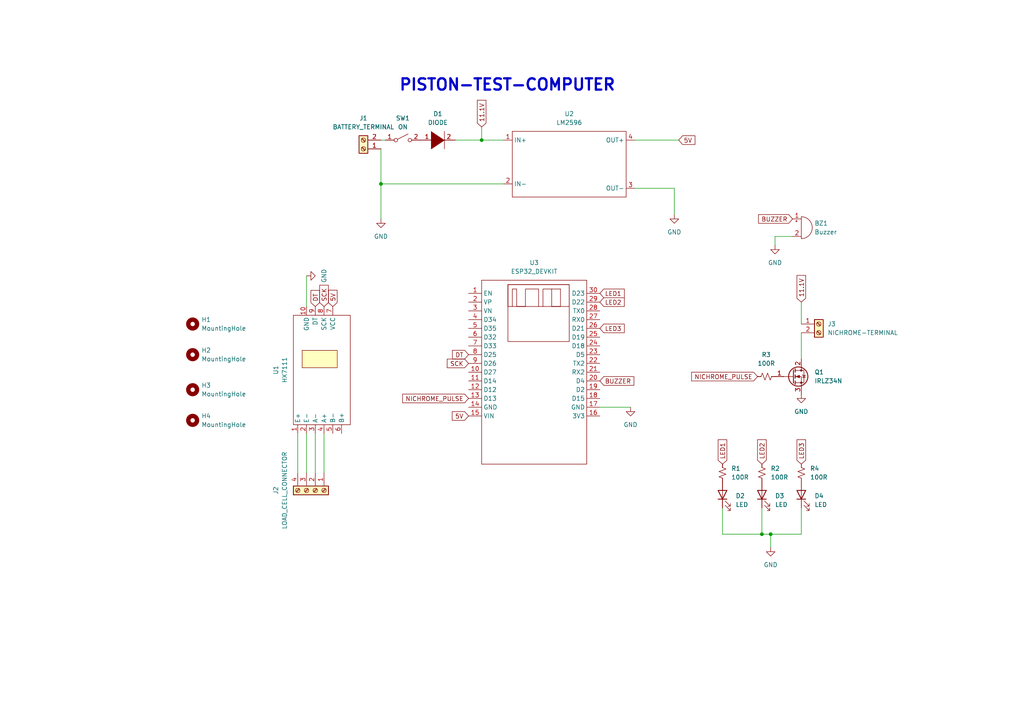
<source format=kicad_sch>
(kicad_sch (version 20211123) (generator eeschema)
  (paper "A4")
  (title_block (title "Piston test computer") (date "2023-04-12") (rev " Edwin Mwiti") (company "Nakuja Project"))
  (lib_symbols
    (symbol "Connector:Screw_Terminal_01x02" (pin_names (offset 1.016) hide)
      (property "Reference" "J" (at 0 2.54 0))
      (property "Value" "Screw_Terminal_01x02" (at 0 -5.08 0))
      (symbol "Screw_Terminal_01x02_1_1"
        (rectangle (start -1.27 1.27) (end 1.27 -3.81) (stroke (width 0.254)) (fill (type background)))
        (circle (center 0 -2.54) (radius 0.635) (stroke (width 0.1524)))
        (polyline (pts (xy -0.5334 -2.2098) (xy 0.3302 -3.048)) (stroke (width 0.1524)))
        (polyline (pts (xy -0.5334 0.3302) (xy 0.3302 -0.508)) (stroke (width 0.1524)))
        (polyline (pts (xy -0.3556 -2.032) (xy 0.508 -2.8702)) (stroke (width 0.1524)))
        (polyline (pts (xy -0.3556 0.508) (xy 0.508 -0.3302)) (stroke (width 0.1524)))
        (circle (center 0 0) (radius 0.635) (stroke (width 0.1524)))
        (pin passive line (at -5.08 0 0) (length 3.81) (name "Pin_1") (number "1"))
        (pin passive line (at -5.08 -2.54 0) (length 3.81) (name "Pin_2") (number "2"))
      )
    )
    (symbol "Connector:Screw_Terminal_01x04" (pin_names (offset 1.016) hide)
      (property "Reference" "J" (at 0 5.08 0))
      (property "Value" "Screw_Terminal_01x04" (at 0 -7.62 0))
      (symbol "Screw_Terminal_01x04_1_1"
        (rectangle (start -1.27 3.81) (end 1.27 -6.35) (stroke (width 0.254)) (fill (type background)))
        (circle (center 0 -5.08) (radius 0.635) (stroke (width 0.1524)))
        (circle (center 0 -2.54) (radius 0.635) (stroke (width 0.1524)))
        (polyline (pts (xy -0.5334 -4.7498) (xy 0.3302 -5.588)) (stroke (width 0.1524)))
        (polyline (pts (xy -0.5334 -2.2098) (xy 0.3302 -3.048)) (stroke (width 0.1524)))
        (polyline (pts (xy -0.5334 0.3302) (xy 0.3302 -0.508)) (stroke (width 0.1524)))
        (polyline (pts (xy -0.5334 2.8702) (xy 0.3302 2.032)) (stroke (width 0.1524)))
        (polyline (pts (xy -0.3556 -4.572) (xy 0.508 -5.4102)) (stroke (width 0.1524)))
        (polyline (pts (xy -0.3556 -2.032) (xy 0.508 -2.8702)) (stroke (width 0.1524)))
        (polyline (pts (xy -0.3556 0.508) (xy 0.508 -0.3302)) (stroke (width 0.1524)))
        (polyline (pts (xy -0.3556 3.048) (xy 0.508 2.2098)) (stroke (width 0.1524)))
        (circle (center 0 0) (radius 0.635) (stroke (width 0.1524)))
        (circle (center 0 2.54) (radius 0.635) (stroke (width 0.1524)))
        (pin passive line (at -5.08 2.54 0) (length 3.81) (name "Pin_1") (number "1"))
        (pin passive line (at -5.08 0 0) (length 3.81) (name "Pin_2") (number "2"))
        (pin passive line (at -5.08 -2.54 0) (length 3.81) (name "Pin_3") (number "3"))
        (pin passive line (at -5.08 -5.08 0) (length 3.81) (name "Pin_4") (number "4"))
      )
    )
    (symbol "DEV_BOARDS:ESP32_DEVKIT"
      (property "Reference" "U" (at 13.97 3.81 0))
      (property "Value" "ESP32_DEVKIT" (at 13.97 1.27 0))
      (symbol "ESP32_DEVKIT_0_1"
        (polyline (pts (xy 20.32 -2.54) (xy 20.32 -7.62) (xy 22.86 -7.62) (xy 22.86 -2.54)))
        (polyline (pts (xy 22.86 -2.54) (xy 20.32 -2.54) (xy 17.78 -2.54) (xy 17.78 -7.62)))
        (polyline (pts (xy 8.89 -7.62) (xy 8.89 -2.54) (xy 10.16 -2.54) (xy 10.16 -7.62) (xy 12.7 -7.62) (xy 12.7 -2.54) (xy 16.51 -2.54) (xy 16.51 -7.62)))
        (rectangle (start 0 0) (end 30.48 -53.34))
        (rectangle (start 7.62 -1.27) (end 7.62 -1.27))
        (rectangle (start 7.62 -1.27) (end 7.62 -1.27))
        (rectangle (start 7.62 -1.27) (end 25.4 -17.78))
        (rectangle (start 25.4 -7.62) (end 7.62 -1.27))
      )
      (symbol "ESP32_DEVKIT_1_1"
        (pin passive line (at -3.81 -3.81 0) (length 3.81) (name "EN") (number "1"))
        (pin passive line (at -3.81 -26.67 0) (length 3.81) (name "D27") (number "10"))
        (pin passive line (at -3.81 -29.21 0) (length 3.81) (name "D14") (number "11"))
        (pin passive line (at -3.81 -31.75 0) (length 3.81) (name "D12") (number "12"))
        (pin passive line (at -3.81 -34.29 0) (length 3.81) (name "D13") (number "13"))
        (pin passive line (at -3.81 -36.83 0) (length 3.81) (name "GND") (number "14"))
        (pin passive line (at -3.81 -39.37 0) (length 3.81) (name "VIN") (number "15"))
        (pin passive line (at 34.29 -39.37 180) (length 3.81) (name "3V3") (number "16"))
        (pin passive line (at 34.29 -36.83 180) (length 3.81) (name "GND") (number "17"))
        (pin passive line (at 34.29 -34.29 180) (length 3.81) (name "D15") (number "18"))
        (pin passive line (at 34.29 -31.75 180) (length 3.81) (name "D2") (number "19"))
        (pin passive line (at -3.81 -6.35 0) (length 3.81) (name "VP") (number "2"))
        (pin passive line (at 34.29 -29.21 180) (length 3.81) (name "D4") (number "20"))
        (pin passive line (at 34.29 -26.67 180) (length 3.81) (name "RX2") (number "21"))
        (pin passive line (at 34.29 -24.13 180) (length 3.81) (name "TX2") (number "22"))
        (pin passive line (at 34.29 -21.59 180) (length 3.81) (name "D5") (number "23"))
        (pin passive line (at 34.29 -19.05 180) (length 3.81) (name "D18") (number "24"))
        (pin passive line (at 34.29 -16.51 180) (length 3.81) (name "D19") (number "25"))
        (pin passive line (at 34.29 -13.97 180) (length 3.81) (name "D21") (number "26"))
        (pin passive line (at 34.29 -11.43 180) (length 3.81) (name "RX0") (number "27"))
        (pin passive line (at 34.29 -8.89 180) (length 3.81) (name "TX0") (number "28"))
        (pin passive line (at 34.29 -6.35 180) (length 3.81) (name "D22") (number "29"))
        (pin passive line (at -3.81 -8.89 0) (length 3.81) (name "VN") (number "3"))
        (pin passive line (at 34.29 -3.81 180) (length 3.81) (name "D23") (number "30"))
        (pin passive line (at -3.81 -11.43 0) (length 3.81) (name "D34") (number "4"))
        (pin passive line (at -3.81 -13.97 0) (length 3.81) (name "D35") (number "5"))
        (pin passive line (at -3.81 -16.51 0) (length 3.81) (name "D32") (number "6"))
        (pin passive line (at -3.81 -19.05 0) (length 3.81) (name "D33") (number "7"))
        (pin passive line (at -3.81 -21.59 0) (length 3.81) (name "D25") (number "8"))
        (pin passive line (at -3.81 -24.13 0) (length 3.81) (name "D26") (number "9"))
      )
    )
    (symbol "Device:Buzzer" (pin_names (offset 0.0254) hide)
      (property "Reference" "BZ" (at 3.81 1.27 0))
      (property "Value" "Buzzer" (at 3.81 -1.27 0))
      (symbol "Buzzer_0_1"
        (arc (start 0 -3.175) (mid 3.175 0) (end 0 3.175))
        (polyline (pts (xy -1.651 1.905) (xy -1.143 1.905)))
        (polyline (pts (xy -1.397 2.159) (xy -1.397 1.651)))
        (polyline (pts (xy 0 3.175) (xy 0 -3.175)))
      )
      (symbol "Buzzer_1_1"
        (pin passive line (at -2.54 2.54 0) (length 2.54) (name "-") (number "1"))
        (pin passive line (at -2.54 -2.54 0) (length 2.54) (name "+") (number "2"))
      )
    )
    (symbol "Device:LED" (pin_numbers hide) (pin_names (offset 1.016) hide)
      (property "Reference" "D" (at 0 2.54 0))
      (property "Value" "LED" (at 0 -2.54 0))
      (symbol "LED_0_1"
        (polyline (pts (xy -1.27 -1.27) (xy -1.27 1.27)) (stroke (width 0.254)))
        (polyline (pts (xy -1.27 0) (xy 1.27 0)))
        (polyline (pts (xy 1.27 -1.27) (xy 1.27 1.27) (xy -1.27 0) (xy 1.27 -1.27)) (stroke (width 0.254)))
        (polyline (pts (xy -3.048 -0.762) (xy -4.572 -2.286) (xy -3.81 -2.286) (xy -4.572 -2.286) (xy -4.572 -1.524)))
        (polyline (pts (xy -1.778 -0.762) (xy -3.302 -2.286) (xy -2.54 -2.286) (xy -3.302 -2.286) (xy -3.302 -1.524)))
      )
      (symbol "LED_1_1"
        (pin passive line (at -3.81 0 0) (length 2.54) (name "K") (number "1"))
        (pin passive line (at 3.81 0 180) (length 2.54) (name "A") (number "2"))
      )
    )
    (symbol "Device:R_Small_US" (pin_numbers hide) (pin_names (offset 0.254) hide)
      (property "Reference" "R" (at 0.762 0.508 0))
      (property "Value" "R_Small_US" (at 0.762 -1.016 0))
      (symbol "R_Small_US_1_1"
        (polyline (pts (xy 0 0) (xy 1.016 -0.381) (xy 0 -0.762) (xy -1.016 -1.143) (xy 0 -1.524)))
        (polyline (pts (xy 0 1.524) (xy 1.016 1.143) (xy 0 0.762) (xy -1.016 0.381) (xy 0 0)))
        (pin passive line (at 0 2.54 270) (length 1.016) (name "~") (number "1"))
        (pin passive line (at 0 -2.54 90) (length 1.016) (name "~") (number "2"))
      )
    )
    (symbol "Mechanical:MountingHole" (pin_names (offset 1.016))
      (property "Reference" "H" (at 0 5.08 0))
      (property "Value" "MountingHole" (at 0 3.175 0))
      (symbol "MountingHole_0_1"
        (circle (center 0 0) (radius 1.27) (stroke (width 1.27)))
      )
    )
    (symbol "Switch:SW_SPST" (pin_names (offset 0) hide)
      (property "Reference" "SW" (at 0 3.175 0))
      (property "Value" "SW_SPST" (at 0 -2.54 0))
      (symbol "SW_SPST_0_0"
        (circle (center -2.032 0) (radius 0.508))
        (polyline (pts (xy -1.524 0.254) (xy 1.524 1.778)))
        (circle (center 2.032 0) (radius 0.508))
      )
      (symbol "SW_SPST_1_1"
        (pin passive line (at -5.08 0 0) (length 2.54) (name "A") (number "1"))
        (pin passive line (at 5.08 0 180) (length 2.54) (name "B") (number "2"))
      )
    )
    (symbol "Transistor_FET:IRLZ34N" (pin_names hide)
      (property "Reference" "Q" (at 6.35 1.905 0))
      (property "Value" "IRLZ34N" (at 6.35 0 0))
      (symbol "IRLZ34N_0_1"
        (polyline (pts (xy 0.254 0) (xy -2.54 0)))
        (polyline (pts (xy 0.254 1.905) (xy 0.254 -1.905)) (stroke (width 0.254)))
        (polyline (pts (xy 0.762 -1.27) (xy 0.762 -2.286)) (stroke (width 0.254)))
        (polyline (pts (xy 0.762 0.508) (xy 0.762 -0.508)) (stroke (width 0.254)))
        (polyline (pts (xy 0.762 2.286) (xy 0.762 1.27)) (stroke (width 0.254)))
        (polyline (pts (xy 2.54 2.54) (xy 2.54 1.778)))
        (polyline (pts (xy 2.54 -2.54) (xy 2.54 0) (xy 0.762 0)))
        (polyline (pts (xy 0.762 -1.778) (xy 3.302 -1.778) (xy 3.302 1.778) (xy 0.762 1.778)))
        (polyline (pts (xy 1.016 0) (xy 2.032 0.381) (xy 2.032 -0.381) (xy 1.016 0)) (fill (type outline)))
        (polyline (pts (xy 2.794 0.508) (xy 2.921 0.381) (xy 3.683 0.381) (xy 3.81 0.254)))
        (polyline (pts (xy 3.302 0.381) (xy 2.921 -0.254) (xy 3.683 -0.254) (xy 3.302 0.381)))
        (circle (center 1.651 0) (radius 2.794) (stroke (width 0.254)))
        (circle (center 2.54 -1.778) (radius 0.254) (fill (type outline)))
        (circle (center 2.54 1.778) (radius 0.254) (fill (type outline)))
      )
      (symbol "IRLZ34N_1_1"
        (pin input line (at -5.08 0 0) (length 2.54) (name "G") (number "1"))
        (pin passive line (at 2.54 5.08 270) (length 2.54) (name "D") (number "2"))
        (pin passive line (at 2.54 -5.08 90) (length 2.54) (name "S") (number "3"))
      )
    )
    (symbol "modules:HX7111"
      (property "Reference" "U" (at 16.51 1.27 0))
      (property "Value" "HX7111" (at 16.51 3.81 0))
      (symbol "HX7111_0_1"
        (rectangle (start 0 0) (end 31.75 -16.51))
        (rectangle (start 16.51 -2.54) (end 21.59 -12.7) (fill (type background)))
      )
      (symbol "HX7111_1_1"
        (pin input line (at -2.54 -1.27 0) (length 2.54) (name "E+") (number "1"))
        (pin input line (at 34.29 -3.81 180) (length 2.54) (name "GND") (number "10"))
        (pin input line (at -2.54 -3.81 0) (length 2.54) (name "E-") (number "2"))
        (pin input line (at -2.54 -6.35 0) (length 2.54) (name "A-") (number "3"))
        (pin input line (at -2.54 -8.89 0) (length 2.54) (name "A+") (number "4"))
        (pin input line (at -2.54 -11.43 0) (length 2.54) (name "B-") (number "5"))
        (pin input line (at -2.54 -13.97 0) (length 2.54) (name "B+") (number "6"))
        (pin input line (at 34.29 -11.43 180) (length 2.54) (name "VCC") (number "7"))
        (pin input line (at 34.29 -8.89 180) (length 2.54) (name "SCK") (number "8"))
        (pin input line (at 34.29 -6.35 180) (length 2.54) (name "DT") (number "9"))
      )
    )
    (symbol "modules:LM2596"
      (property "Reference" "U" (at 17.78 2.54 0))
      (property "Value" "LM2596" (at 17.78 5.08 0))
      (symbol "LM2596_0_1"
        (rectangle (start 0 0) (end 33.02 -19.05))
      )
      (symbol "LM2596_1_1"
        (pin input line (at -2.54 -2.54 0) (length 2.54) (name "IN+") (number "1"))
        (pin input line (at -2.54 -15.24 0) (length 2.54) (name "IN-") (number "2"))
        (pin input line (at 35.56 -16.51 180) (length 2.54) (name "OUT-") (number "3"))
        (pin input line (at 35.56 -2.54 180) (length 2.54) (name "OUT+") (number "4"))
      )
    )
    (symbol "power:GND" (power) (pin_names (offset 0))
      (property "Value" "GND" (at 0 -3.81 0))
      (symbol "GND_0_1"
        (polyline (pts (xy 0 0) (xy 0 -1.27) (xy 1.27 -1.27) (xy 0 -2.54) (xy -1.27 -1.27) (xy 0 -1.27)))
      )
      (symbol "GND_1_1"
        (pin power_in line (at 0 0 270) (length 0) hide (name "GND") (number "1"))
      )
    )
    (symbol "pspice:DIODE" (pin_names (offset 1.016) hide)
      (property "Reference" "D" (at 0 3.81 0))
      (property "Value" "DIODE" (at 0 -4.445 0))
      (symbol "DIODE_0_1"
        (polyline (pts (xy 1.905 2.54) (xy 1.905 -2.54)))
        (polyline (pts (xy -1.905 2.54) (xy -1.905 -2.54) (xy 1.905 0)) (fill (type outline)))
      )
      (symbol "DIODE_1_1"
        (pin input line (at -5.08 0 0) (length 3.81) (name "K") (number "1"))
        (pin input line (at 5.08 0 180) (length 3.81) (name "A") (number "2"))
      )
    )
  )
  (junction (at 220.98 154.94))
  (junction (at 139.7 40.64))
  (junction (at 110.49 53.34))
  (junction (at 223.52 154.94))
  (wire (pts (xy 220.98 147.32) (xy 220.98 154.94)))
  (wire (pts (xy 139.7 36.83) (xy 139.7 40.64)))
  (wire (pts (xy 220.98 154.94) (xy 223.52 154.94)))
  (wire (pts (xy 173.99 118.11) (xy 182.88 118.11)))
  (wire (pts (xy 195.58 54.61) (xy 195.58 62.23)))
  (wire (pts (xy 232.41 87.63) (xy 232.41 93.98)))
  (wire (pts (xy 93.98 137.16) (xy 93.98 125.73)))
  (wire (pts (xy 88.9 137.16) (xy 88.9 125.73)))
  (wire (pts (xy 184.15 54.61) (xy 195.58 54.61)))
  (wire (pts (xy 223.52 158.75) (xy 223.52 154.94)))
  (wire (pts (xy 91.44 137.16) (xy 91.44 125.73)))
  (wire (pts (xy 110.49 40.64) (xy 111.76 40.64)))
  (wire (pts (xy 229.87 68.58) (xy 224.79 68.58)))
  (wire (pts (xy 139.7 40.64) (xy 146.05 40.64)))
  (wire (pts (xy 232.41 147.32) (xy 232.41 154.94)))
  (wire (pts (xy 88.9 88.9) (xy 88.9 80.01)))
  (wire (pts (xy 209.55 154.94) (xy 220.98 154.94)))
  (wire (pts (xy 132.08 40.64) (xy 139.7 40.64)))
  (wire (pts (xy 224.79 68.58) (xy 224.79 71.12)))
  (wire (pts (xy 232.41 104.14) (xy 232.41 96.52)))
  (wire (pts (xy 184.15 40.64) (xy 196.85 40.64)))
  (wire (pts (xy 110.49 53.34) (xy 146.05 53.34)))
  (wire (pts (xy 110.49 63.5) (xy 110.49 53.34)))
  (wire (pts (xy 232.41 154.94) (xy 223.52 154.94)))
  (wire (pts (xy 209.55 147.32) (xy 209.55 154.94)))
  (wire (pts (xy 110.49 53.34) (xy 110.49 43.18)))
  (wire (pts (xy 86.36 137.16) (xy 86.36 125.73)))
  (text "PISTON-TEST-COMPUTER" (at 115.57 26.67 0) (effects (font (size 3.27 3.27) (thickness 0.654) bold) (justify left bottom)))
  (global_label "5V" (shape input) (at 96.52 88.9 90) (property "Intersheet References" "${INTERSHEET_REFS}" (effects hide)))
  (global_label "DT" (shape input) (at 91.44 88.9 90) (property "Intersheet References" "${INTERSHEET_REFS}" (effects hide)))
  (global_label "LED1" (shape input) (at 173.99 85.09 0) (property "Intersheet References" "${INTERSHEET_REFS}" (effects hide)))
  (global_label "LED3" (shape input) (at 232.41 134.62 90) (property "Intersheet References" "${INTERSHEET_REFS}" (effects hide)))
  (global_label "LED2" (shape input) (at 173.99 87.63 0) (property "Intersheet References" "${INTERSHEET_REFS}" (effects hide)))
  (global_label "BUZZER" (shape input) (at 229.87 63.5 180) (property "Intersheet References" "${INTERSHEET_REFS}" (effects hide)))
  (global_label "DT" (shape input) (at 135.89 102.87 180) (property "Intersheet References" "${INTERSHEET_REFS}" (effects hide)))
  (global_label "LED3" (shape input) (at 173.99 95.25 0) (property "Intersheet References" "${INTERSHEET_REFS}" (effects hide)))
  (global_label "5V" (shape input) (at 196.85 40.64 0) (property "Intersheet References" "${INTERSHEET_REFS}" (effects hide)))
  (global_label "LED1" (shape input) (at 209.55 134.62 90) (property "Intersheet References" "${INTERSHEET_REFS}" (effects hide)))
  (global_label "LED2" (shape input) (at 220.98 134.62 90) (property "Intersheet References" "${INTERSHEET_REFS}" (effects hide)))
  (global_label "11.1V" (shape input) (at 232.41 87.63 90) (property "Intersheet References" "${INTERSHEET_REFS}" (effects hide)))
  (global_label "11.1V" (shape input) (at 139.7 36.83 90) (property "Intersheet References" "${INTERSHEET_REFS}" (effects hide)))
  (global_label "5V" (shape input) (at 135.89 120.65 180) (property "Intersheet References" "${INTERSHEET_REFS}" (effects hide)))
  (global_label "NICHROME_PULSE" (shape input) (at 219.71 109.22 180) (property "Intersheet References" "${INTERSHEET_REFS}" (effects hide)))
  (global_label "SCK" (shape input) (at 135.89 105.41 180) (property "Intersheet References" "${INTERSHEET_REFS}" (effects hide)))
  (global_label "SCK" (shape input) (at 93.98 88.9 90) (property "Intersheet References" "${INTERSHEET_REFS}" (effects hide)))
  (global_label "NICHROME_PULSE" (shape input) (at 135.89 115.57 180) (property "Intersheet References" "${INTERSHEET_REFS}" (effects hide)))
  (global_label "BUZZER" (shape input) (at 173.99 110.49 0) (property "Intersheet References" "${INTERSHEET_REFS}" (effects hide)))
  (symbol (lib_id "Device:R_Small_US") (at 222.25 109.22 270) (unit 1)
    (property "Reference" "R3" (at 222.25 102.87 90))
    (property "Value" "100R" (at 222.25 105.41 90))
    (property "Footprint" "Resistor_THT:R_Axial_DIN0207_L6.3mm_D2.5mm_P10.16mm_Horizontal" (effects hide))
  )
  (symbol (lib_id "power:GND") (at 224.79 71.12 0) (unit 1)
    (property "Reference" "#PWR05" (effects hide))
    (property "Value" "GND" (at 224.79 76.2 0))
  )
  (symbol (lib_id "Mechanical:MountingHole") (at 55.88 102.87 0) (unit 1)
    (property "Reference" "H2" (at 58.42 101.5999 0) (effects (justify left)))
    (property "Value" "MountingHole" (at 58.42 104.1399 0) (effects (justify left)))
    (property "Footprint" "MountingHole:MountingHole_3.2mm_M3" (effects hide))
  )
  (symbol (lib_id "Device:LED") (at 232.41 143.51 90) (unit 1)
    (property "Reference" "D4" (at 236.22 143.8274 90) (effects (justify right)))
    (property "Value" "LED" (at 236.22 146.3674 90) (effects (justify right)))
    (property "Footprint" "LED_THT:LED_D5.0mm" (effects hide))
  )
  (symbol (lib_id "Device:R_Small_US") (at 209.55 137.16 0) (unit 1)
    (property "Reference" "R1" (at 212.09 135.8899 0) (effects (justify left)))
    (property "Value" "100R" (at 212.09 138.4299 0) (effects (justify left)))
    (property "Footprint" "Resistor_THT:R_Axial_DIN0207_L6.3mm_D2.5mm_P10.16mm_Horizontal" (effects hide))
  )
  (symbol (lib_id "modules:HX7111") (at 85.09 123.19 90) (unit 1)
    (property "Reference" "U1" (at 80.01 107.315 0))
    (property "Value" "HX7111" (at 82.55 107.315 0))
    (property "Footprint" "custom-footprints:HX711" (effects hide))
  )
  (symbol (lib_id "pspice:DIODE") (at 127 40.64 0) (unit 1)
    (property "Reference" "D1" (at 127 33.02 0))
    (property "Value" "DIODE" (at 127 35.56 0))
    (property "Footprint" "Diode_THT:D_DO-35_SOD27_P10.16mm_Horizontal" (effects hide))
  )
  (symbol (lib_id "power:GND") (at 223.52 158.75 0) (unit 1)
    (property "Reference" "#PWR06" (effects hide))
    (property "Value" "GND" (at 223.52 163.83 0))
  )
  (symbol (lib_id "Mechanical:MountingHole") (at 55.88 121.92 0) (unit 1)
    (property "Reference" "H4" (at 58.42 120.6499 0) (effects (justify left)))
    (property "Value" "MountingHole" (at 58.42 123.1899 0) (effects (justify left)))
    (property "Footprint" "MountingHole:MountingHole_3.2mm_M3" (effects hide))
  )
  (symbol (lib_id "Transistor_FET:IRLZ34N") (at 229.87 109.22 0) (unit 1)
    (property "Reference" "Q1" (at 236.22 107.9499 0) (effects (justify left)))
    (property "Value" "IRLZ34N" (at 236.22 110.4899 0) (effects (justify left)))
    (property "Footprint" "Package_TO_SOT_THT:TO-220-3_Vertical" (effects hide))
    (property "Datasheet" "http://www.infineon.com/dgdl/irlz34npbf.pdf?fileId=5546d462533600a40153567206892720" (effects hide))
  )
  (symbol (lib_id "Connector:Screw_Terminal_01x04") (at 91.44 142.24 270) (unit 1)
    (property "Reference" "J2" (at 80.01 142.24 0))
    (property "Value" "LOAD_CELL_CONNECTOR" (at 82.55 142.24 0))
    (property "Footprint" "TerminalBlock:TerminalBlock_bornier-4_P5.08mm" (effects hide))
  )
  (symbol (lib_id "DEV_BOARDS:ESP32_DEVKIT") (at 139.7 81.28 0) (unit 1)
    (property "Reference" "U3" (at 154.94 76.2 0))
    (property "Value" "ESP32_DEVKIT" (at 154.94 78.74 0))
    (property "Footprint" "custom-footprints:ESP32_DEVKIT" (effects hide))
  )
  (symbol (lib_id "Device:R_Small_US") (at 220.98 137.16 0) (unit 1)
    (property "Reference" "R2" (at 223.52 135.8899 0) (effects (justify left)))
    (property "Value" "100R" (at 223.52 138.4299 0) (effects (justify left)))
    (property "Footprint" "Resistor_THT:R_Axial_DIN0207_L6.3mm_D2.5mm_P10.16mm_Horizontal" (effects hide))
  )
  (symbol (lib_id "power:GND") (at 232.41 114.3 0) (unit 1)
    (property "Reference" "#PWR07" (effects hide))
    (property "Value" "GND" (at 232.41 119.38 0))
  )
  (symbol (lib_id "power:GND") (at 88.9 80.01 90) (unit 1)
    (property "Reference" "#PWR02" (effects hide))
    (property "Value" "GND" (at 93.98 80.01 0))
  )
  (symbol (lib_id "Mechanical:MountingHole") (at 55.88 93.98 0) (unit 1)
    (property "Reference" "H1" (at 58.42 92.7099 0) (effects (justify left)))
    (property "Value" "MountingHole" (at 58.42 95.2499 0) (effects (justify left)))
    (property "Footprint" "MountingHole:MountingHole_3.2mm_M3" (effects hide))
  )
  (symbol (lib_id "Device:Buzzer") (at 232.41 66.04 0) (unit 1)
    (property "Reference" "BZ1" (at 236.22 64.7699 0) (effects (justify left)))
    (property "Value" "Buzzer" (at 236.22 67.3099 0) (effects (justify left)))
    (property "Footprint" "custom-footprints:BUZZER" (effects hide))
  )
  (symbol (lib_id "Device:LED") (at 220.98 143.51 90) (unit 1)
    (property "Reference" "D3" (at 224.79 143.8274 90) (effects (justify right)))
    (property "Value" "LED" (at 224.79 146.3674 90) (effects (justify right)))
    (property "Footprint" "LED_THT:LED_D5.0mm" (effects hide))
  )
  (symbol (lib_id "Device:LED") (at 209.55 143.51 90) (unit 1)
    (property "Reference" "D2" (at 213.36 143.8274 90) (effects (justify right)))
    (property "Value" "LED" (at 213.36 146.3674 90) (effects (justify right)))
    (property "Footprint" "LED_THT:LED_D5.0mm" (effects hide))
  )
  (symbol (lib_id "Device:R_Small_US") (at 232.41 137.16 0) (unit 1)
    (property "Reference" "R4" (at 234.95 135.8899 0) (effects (justify left)))
    (property "Value" "100R" (at 234.95 138.4299 0) (effects (justify left)))
    (property "Footprint" "Resistor_THT:R_Axial_DIN0207_L6.3mm_D2.5mm_P10.16mm_Horizontal" (effects hide))
  )
  (symbol (lib_id "Connector:Screw_Terminal_01x02") (at 105.41 43.18 180) (unit 1)
    (property "Reference" "J1" (at 105.41 34.29 0))
    (property "Value" "BATTERY_TERMINAL" (at 105.41 36.83 0))
    (property "Footprint" "TerminalBlock:TerminalBlock_bornier-2_P5.08mm" (effects hide))
  )
  (symbol (lib_id "Mechanical:MountingHole") (at 55.88 113.03 0) (unit 1)
    (property "Reference" "H3" (at 58.42 111.7599 0) (effects (justify left)))
    (property "Value" "MountingHole" (at 58.42 114.2999 0) (effects (justify left)))
    (property "Footprint" "MountingHole:MountingHole_3.2mm_M3" (effects hide))
  )
  (symbol (lib_id "power:GND") (at 195.58 62.23 0) (unit 1)
    (property "Reference" "#PWR03" (effects hide))
    (property "Value" "GND" (at 195.58 67.31 0))
  )
  (symbol (lib_id "power:GND") (at 182.88 118.11 0) (unit 1)
    (property "Reference" "#PWR04" (effects hide))
    (property "Value" "GND" (at 182.88 123.19 0))
  )
  (symbol (lib_id "power:GND") (at 110.49 63.5 0) (unit 1)
    (property "Reference" "#PWR01" (effects hide))
    (property "Value" "GND" (at 110.49 68.58 0))
  )
  (symbol (lib_id "Connector:Screw_Terminal_01x02") (at 237.49 93.98 0) (unit 1)
    (property "Reference" "J3" (at 240.03 93.9799 0) (effects (justify left)))
    (property "Value" "NICHROME-TERMINAL" (at 240.03 96.5199 0) (effects (justify left)))
    (property "Footprint" "TerminalBlock:TerminalBlock_bornier-2_P5.08mm" (effects hide))
  )
  (symbol (lib_id "Switch:SW_SPST") (at 116.84 40.64 0) (unit 1)
    (property "Reference" "SW1" (at 116.84 34.29 0))
    (property "Value" "ON" (at 116.84 36.83 0))
    (property "Footprint" "custom-footprints:KDC1-11-ROCKER-SWITCH" (effects hide))
  )
  (symbol (lib_id "modules:LM2596") (at 148.59 38.1 0) (unit 1)
    (property "Reference" "U2" (at 165.1 33.02 0))
    (property "Value" "LM2596" (at 165.1 35.56 0))
    (property "Footprint" "custom-footprints:LM2596-BUCK-CONVERTER" (effects hide))
  )
)
</source>
